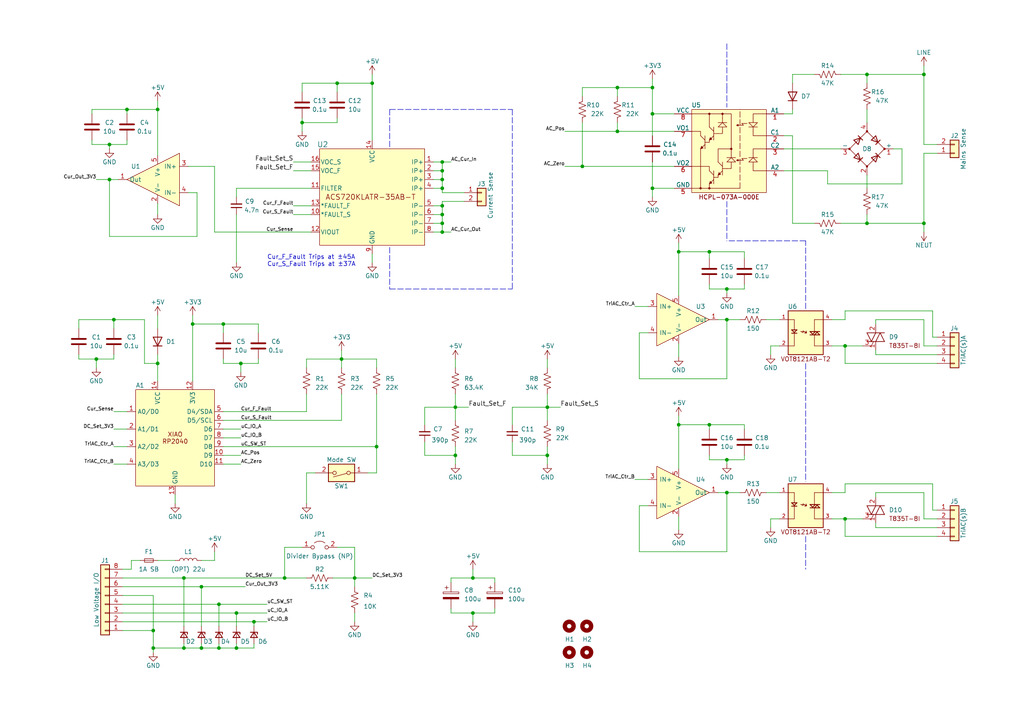
<source format=kicad_sch>
(kicad_sch (version 20230121) (generator eeschema)
  (paper "A4")
  (title_block (title "Thyristor Control Board") (date "2023-06-04") (rev "A2") (company "Jordan Harris-Toovy") (comment 1 "See detatils at github.com/Jordan-HT/TCB") (comment 3 "AC Input design voltage range: 100-250VAC, 50-60Hz") (comment 4 "For use in scalable AC/AC-DC power supplies"))
  (junction (at 210.82 92.71))
  (junction (at 58.42 170.18))
  (junction (at 245.11 150.495))
  (junction (at 73.66 180.34))
  (junction (at 87.63 35.56))
  (junction (at 251.46 21.59))
  (junction (at 68.58 187.96))
  (junction (at 189.23 25.4))
  (junction (at 44.45 187.96))
  (junction (at 132.08 132.08))
  (junction (at 69.85 105.41))
  (junction (at 179.07 38.1))
  (junction (at 107.95 24.13))
  (junction (at 31.75 52.07))
  (junction (at 128.27 46.99))
  (junction (at 158.75 132.08))
  (junction (at 58.42 187.96))
  (junction (at 68.58 177.8))
  (junction (at 99.06 104.14))
  (junction (at 205.74 123.19))
  (junction (at 63.5 187.96))
  (junction (at 168.91 48.26))
  (junction (at 45.72 31.75))
  (junction (at 210.82 142.875))
  (junction (at 97.79 24.13))
  (junction (at 196.85 123.19))
  (junction (at 33.02 92.71))
  (junction (at 179.07 25.4))
  (junction (at 36.83 31.75))
  (junction (at 27.94 104.14))
  (junction (at 45.72 105.41))
  (junction (at 267.97 64.77))
  (junction (at 128.27 62.23))
  (junction (at 128.27 49.53))
  (junction (at 102.87 167.64))
  (junction (at 132.08 118.11))
  (junction (at 128.27 52.07))
  (junction (at 189.23 33.02))
  (junction (at 205.74 73.025))
  (junction (at 128.27 64.77))
  (junction (at 55.88 93.98))
  (junction (at 128.27 59.69))
  (junction (at 196.85 73.025))
  (junction (at 44.45 182.88))
  (junction (at 158.75 118.11))
  (junction (at 31.75 41.91))
  (junction (at 53.34 167.64))
  (junction (at 245.11 100.33))
  (junction (at 82.55 167.64))
  (junction (at 128.27 67.31))
  (junction (at 210.82 83.82))
  (junction (at 251.46 64.77))
  (junction (at 210.82 133.35))
  (junction (at 137.16 167.64))
  (junction (at 53.34 187.96))
  (junction (at 63.5 175.26))
  (junction (at 109.22 129.54))
  (junction (at 128.27 54.61))
  (junction (at 137.16 177.8))
  (junction (at 189.23 54.61))
  (junction (at 64.77 93.98))
  (junction (at 267.97 21.59))
  (wire (pts (xy 87.63 24.13) (xy 97.79 24.13)))
  (polyline (pts (xy 233.68 155.575) (xy 233.68 165.1)) (stroke (width 0) (type dash)))
  (wire (pts (xy 270.51 140.335) (xy 245.11 140.335)))
  (wire (pts (xy 69.85 105.41) (xy 69.85 107.95)))
  (wire (pts (xy 33.02 119.38) (xy 36.83 119.38)))
  (wire (pts (xy 123.19 118.11) (xy 132.08 118.11)))
  (wire (pts (xy 123.19 128.27) (xy 123.19 132.08)))
  (wire (pts (xy 196.85 73.025) (xy 205.74 73.025)))
  (wire (pts (xy 125.73 54.61) (xy 128.27 54.61)))
  (wire (pts (xy 215.9 132.08) (xy 215.9 133.35)))
  (wire (pts (xy 267.97 142.875) (xy 254 142.875)))
  (wire (pts (xy 128.27 64.77) (xy 128.27 67.31)))
  (polyline (pts (xy 113.03 31.75) (xy 113.03 43.18)) (stroke (width 0) (type dash)))
  (wire (pts (xy 128.27 49.53) (xy 128.27 46.99)))
  (wire (pts (xy 158.75 118.11) (xy 158.75 121.92)))
  (wire (pts (xy 58.42 187.96) (xy 53.34 187.96)))
  (wire (pts (xy 85.09 62.23) (xy 90.17 62.23)))
  (wire (pts (xy 189.23 33.02) (xy 195.58 33.02)))
  (polyline (pts (xy 148.59 31.75) (xy 148.59 83.82)) (stroke (width 0) (type dash)))
  (wire (pts (xy 132.08 132.08) (xy 132.08 134.62)))
  (wire (pts (xy 35.56 175.26) (xy 63.5 175.26)))
  (wire (pts (xy 128.27 62.23) (xy 128.27 64.77)))
  (wire (pts (xy 109.22 104.14) (xy 109.22 106.68)))
  (wire (pts (xy 196.85 123.19) (xy 205.74 123.19)))
  (wire (pts (xy 196.85 120.65) (xy 196.85 123.19)))
  (wire (pts (xy 87.63 24.13) (xy 87.63 26.67)))
  (wire (pts (xy 31.75 68.58) (xy 31.75 52.07)))
  (wire (pts (xy 58.42 170.18) (xy 71.12 170.18)))
  (wire (pts (xy 68.58 54.61) (xy 90.17 54.61)))
  (wire (pts (xy 125.73 67.31) (xy 128.27 67.31)))
  (wire (pts (xy 254 102.87) (xy 271.78 102.87)))
  (wire (pts (xy 143.51 176.53) (xy 143.51 177.8)))
  (wire (pts (xy 64.77 129.54) (xy 109.22 129.54)))
  (wire (pts (xy 195.58 54.61) (xy 189.23 54.61)))
  (wire (pts (xy 243.84 64.77) (xy 251.46 64.77)))
  (wire (pts (xy 267.97 64.77) (xy 267.97 67.31)))
  (wire (pts (xy 99.06 121.92) (xy 99.06 114.3)))
  (wire (pts (xy 254 153.035) (xy 254 151.765)))
  (wire (pts (xy 35.56 167.64) (xy 53.34 167.64)))
  (wire (pts (xy 102.87 167.64) (xy 102.87 158.75)))
  (wire (pts (xy 55.88 93.98) (xy 55.88 110.49)))
  (wire (pts (xy 64.77 93.98) (xy 55.88 93.98)))
  (wire (pts (xy 107.95 24.13) (xy 107.95 40.64)))
  (wire (pts (xy 137.16 177.8) (xy 137.16 180.34)))
  (wire (pts (xy 132.08 114.3) (xy 132.08 118.11)))
  (wire (pts (xy 69.85 105.41) (xy 74.93 105.41)))
  (wire (pts (xy 35.56 177.8) (xy 68.58 177.8)))
  (wire (pts (xy 227.33 49.53) (xy 240.03 49.53)))
  (wire (pts (xy 223.52 100.33) (xy 223.52 102.87)))
  (wire (pts (xy 132.08 118.11) (xy 132.08 121.92)))
  (wire (pts (xy 36.83 31.75) (xy 45.72 31.75)))
  (wire (pts (xy 267.97 100.33) (xy 267.97 92.71)))
  (wire (pts (xy 97.79 24.13) (xy 107.95 24.13)))
  (wire (pts (xy 267.97 41.91) (xy 267.97 21.59)))
  (wire (pts (xy 240.03 53.34) (xy 261.62 53.34)))
  (wire (pts (xy 128.27 58.42) (xy 134.62 58.42)))
  (wire (pts (xy 88.9 137.16) (xy 91.44 137.16)))
  (wire (pts (xy 179.07 25.4) (xy 189.23 25.4)))
  (wire (pts (xy 53.34 167.64) (xy 82.55 167.64)))
  (wire (pts (xy 128.27 46.99) (xy 130.81 46.99)))
  (wire (pts (xy 187.96 146.685) (xy 185.42 146.685)))
  (wire (pts (xy 31.75 41.91) (xy 36.83 41.91)))
  (wire (pts (xy 97.79 35.56) (xy 87.63 35.56)))
  (wire (pts (xy 168.91 48.26) (xy 163.83 48.26)))
  (wire (pts (xy 63.5 175.26) (xy 63.5 181.61)))
  (wire (pts (xy 107.95 21.59) (xy 107.95 24.13)))
  (wire (pts (xy 109.22 114.3) (xy 109.22 129.54)))
  (wire (pts (xy 45.72 91.44) (xy 45.72 95.25)))
  (wire (pts (xy 241.3 150.495) (xy 245.11 150.495)))
  (wire (pts (xy 35.56 165.1) (xy 38.1 165.1)))
  (wire (pts (xy 196.85 123.19) (xy 196.85 135.89)))
  (wire (pts (xy 236.22 21.59) (xy 229.87 21.59)))
  (wire (pts (xy 259.08 43.18) (xy 261.62 43.18)))
  (wire (pts (xy 82.55 167.64) (xy 88.9 167.64)))
  (wire (pts (xy 33.02 129.54) (xy 36.83 129.54)))
  (wire (pts (xy 96.52 167.64) (xy 102.87 167.64)))
  (wire (pts (xy 87.63 35.56) (xy 87.63 38.1)))
  (wire (pts (xy 64.77 124.46) (xy 69.85 124.46)))
  (wire (pts (xy 168.91 25.4) (xy 168.91 27.94)))
  (wire (pts (xy 44.45 172.72) (xy 44.45 182.88)))
  (wire (pts (xy 128.27 55.88) (xy 128.27 54.61)))
  (wire (pts (xy 137.16 177.8) (xy 143.51 177.8)))
  (wire (pts (xy 179.07 38.1) (xy 179.07 35.56)))
  (wire (pts (xy 54.61 55.88) (xy 57.15 55.88)))
  (wire (pts (xy 31.75 41.91) (xy 31.75 43.18)))
  (wire (pts (xy 107.95 73.66) (xy 107.95 76.2)))
  (wire (pts (xy 148.59 132.08) (xy 148.59 128.27)))
  (wire (pts (xy 57.15 68.58) (xy 31.75 68.58)))
  (wire (pts (xy 267.97 21.59) (xy 267.97 19.05)))
  (wire (pts (xy 158.75 132.08) (xy 148.59 132.08)))
  (wire (pts (xy 97.79 26.67) (xy 97.79 24.13)))
  (wire (pts (xy 64.77 121.92) (xy 99.06 121.92)))
  (wire (pts (xy 99.06 104.14) (xy 109.22 104.14)))
  (wire (pts (xy 68.58 187.96) (xy 63.5 187.96)))
  (wire (pts (xy 189.23 39.37) (xy 189.23 33.02)))
  (polyline (pts (xy 113.03 71.755) (xy 113.03 83.82)) (stroke (width 0) (type dash)))
  (wire (pts (xy 227.33 43.18) (xy 243.84 43.18)))
  (wire (pts (xy 68.58 62.23) (xy 68.58 76.2)))
  (wire (pts (xy 68.58 177.8) (xy 68.58 181.61)))
  (wire (pts (xy 58.42 186.69) (xy 58.42 187.96)))
  (wire (pts (xy 143.51 168.91) (xy 143.51 167.64)))
  (wire (pts (xy 41.91 105.41) (xy 45.72 105.41)))
  (polyline (pts (xy 233.68 105.41) (xy 233.68 139.7)) (stroke (width 0) (type dash)))
  (wire (pts (xy 88.9 119.38) (xy 88.9 114.3)))
  (wire (pts (xy 27.94 104.14) (xy 27.94 106.68)))
  (wire (pts (xy 64.77 93.98) (xy 74.93 93.98)))
  (wire (pts (xy 254 142.875) (xy 254 144.145)))
  (wire (pts (xy 137.16 167.64) (xy 130.81 167.64)))
  (wire (pts (xy 251.46 21.59) (xy 267.97 21.59)))
  (wire (pts (xy 179.07 38.1) (xy 163.83 38.1)))
  (wire (pts (xy 50.8 143.51) (xy 50.8 146.05)))
  (wire (pts (xy 64.77 96.52) (xy 64.77 93.98)))
  (wire (pts (xy 229.87 31.75) (xy 229.87 33.02)))
  (wire (pts (xy 132.08 104.14) (xy 132.08 106.68)))
  (wire (pts (xy 33.02 92.71) (xy 41.91 92.71)))
  (wire (pts (xy 241.3 100.33) (xy 245.11 100.33)))
  (wire (pts (xy 36.83 31.75) (xy 36.83 33.02)))
  (wire (pts (xy 229.87 39.37) (xy 227.33 39.37)))
  (wire (pts (xy 148.59 118.11) (xy 158.75 118.11)))
  (wire (pts (xy 158.75 129.54) (xy 158.75 132.08)))
  (wire (pts (xy 45.72 102.87) (xy 45.72 105.41)))
  (wire (pts (xy 44.45 182.88) (xy 44.45 187.96)))
  (wire (pts (xy 62.23 160.02) (xy 62.23 162.56)))
  (wire (pts (xy 35.56 180.34) (xy 73.66 180.34)))
  (wire (pts (xy 90.17 49.53) (xy 85.09 49.53)))
  (wire (pts (xy 35.56 170.18) (xy 58.42 170.18)))
  (wire (pts (xy 245.11 140.335) (xy 245.11 142.875)))
  (wire (pts (xy 185.42 109.855) (xy 210.82 109.855)))
  (wire (pts (xy 226.06 100.33) (xy 223.52 100.33)))
  (wire (pts (xy 135.89 118.11) (xy 132.08 118.11)))
  (wire (pts (xy 148.59 123.19) (xy 148.59 118.11)))
  (wire (pts (xy 162.56 118.11) (xy 158.75 118.11)))
  (wire (pts (xy 158.75 132.08) (xy 158.75 134.62)))
  (wire (pts (xy 210.82 83.82) (xy 215.9 83.82)))
  (wire (pts (xy 73.66 180.34) (xy 77.47 180.34)))
  (polyline (pts (xy 113.03 83.82) (xy 148.59 83.82)) (stroke (width 0) (type dash)))
  (wire (pts (xy 88.9 146.05) (xy 88.9 137.16)))
  (wire (pts (xy 267.97 150.495) (xy 267.97 142.875)))
  (wire (pts (xy 26.67 41.91) (xy 31.75 41.91)))
  (wire (pts (xy 57.15 55.88) (xy 57.15 68.58)))
  (wire (pts (xy 64.77 105.41) (xy 69.85 105.41)))
  (wire (pts (xy 33.02 124.46) (xy 36.83 124.46)))
  (wire (pts (xy 229.87 64.77) (xy 236.22 64.77)))
  (wire (pts (xy 271.78 147.955) (xy 270.51 147.955)))
  (wire (pts (xy 53.34 167.64) (xy 53.34 181.61)))
  (wire (pts (xy 143.51 167.64) (xy 137.16 167.64)))
  (wire (pts (xy 82.55 158.75) (xy 82.55 167.64)))
  (wire (pts (xy 64.77 119.38) (xy 88.9 119.38)))
  (wire (pts (xy 128.27 52.07) (xy 128.27 49.53)))
  (wire (pts (xy 33.02 134.62) (xy 36.83 134.62)))
  (wire (pts (xy 63.5 187.96) (xy 58.42 187.96)))
  (wire (pts (xy 45.72 31.75) (xy 45.72 45.085)))
  (wire (pts (xy 210.82 142.875) (xy 208.28 142.875)))
  (wire (pts (xy 22.86 92.71) (xy 22.86 95.25)))
  (wire (pts (xy 87.63 34.29) (xy 87.63 35.56)))
  (wire (pts (xy 33.02 95.25) (xy 33.02 92.71)))
  (wire (pts (xy 35.56 182.88) (xy 44.45 182.88)))
  (wire (pts (xy 210.82 83.82) (xy 210.82 85.09)))
  (wire (pts (xy 102.87 177.8) (xy 102.87 180.34)))
  (wire (pts (xy 158.75 104.14) (xy 158.75 106.68)))
  (wire (pts (xy 99.06 104.14) (xy 88.9 104.14)))
  (wire (pts (xy 88.9 104.14) (xy 88.9 106.68)))
  (wire (pts (xy 205.74 83.82) (xy 210.82 83.82)))
  (wire (pts (xy 41.91 92.71) (xy 41.91 105.41)))
  (wire (pts (xy 62.23 48.26) (xy 62.23 67.31)))
  (wire (pts (xy 58.42 170.18) (xy 58.42 181.61)))
  (wire (pts (xy 189.23 54.61) (xy 189.23 57.15)))
  (wire (pts (xy 245.11 142.875) (xy 241.3 142.875)))
  (wire (pts (xy 132.08 132.08) (xy 132.08 129.54)))
  (wire (pts (xy 27.94 52.07) (xy 31.75 52.07)))
  (wire (pts (xy 251.46 21.59) (xy 243.84 21.59)))
  (wire (pts (xy 125.73 52.07) (xy 128.27 52.07)))
  (wire (pts (xy 26.67 33.02) (xy 26.67 31.75)))
  (wire (pts (xy 123.19 123.19) (xy 123.19 118.11)))
  (wire (pts (xy 271.78 150.495) (xy 267.97 150.495)))
  (wire (pts (xy 210.82 133.35) (xy 210.82 134.62)))
  (wire (pts (xy 189.23 25.4) (xy 189.23 33.02)))
  (wire (pts (xy 229.87 39.37) (xy 229.87 64.77)))
  (wire (pts (xy 63.5 175.26) (xy 77.47 175.26)))
  (wire (pts (xy 64.77 134.62) (xy 69.85 134.62)))
  (polyline (pts (xy 210.82 58.42) (xy 210.82 69.85)) (stroke (width 0) (type dash)))
  (wire (pts (xy 137.16 167.64) (xy 137.16 165.1)))
  (wire (pts (xy 245.11 92.71) (xy 241.3 92.71)))
  (wire (pts (xy 123.19 132.08) (xy 132.08 132.08)))
  (wire (pts (xy 205.74 73.025) (xy 205.74 74.93)))
  (wire (pts (xy 128.27 67.31) (xy 130.81 67.31)))
  (polyline (pts (xy 113.03 31.75) (xy 148.59 31.75)) (stroke (width 0) (type dash)))
  (wire (pts (xy 22.86 92.71) (xy 33.02 92.71)))
  (wire (pts (xy 187.96 96.52) (xy 185.42 96.52)))
  (wire (pts (xy 271.78 97.79) (xy 270.51 97.79)))
  (wire (pts (xy 90.17 46.99) (xy 85.09 46.99)))
  (wire (pts (xy 62.23 162.56) (xy 58.42 162.56)))
  (wire (pts (xy 271.78 41.91) (xy 267.97 41.91)))
  (wire (pts (xy 128.27 54.61) (xy 128.27 52.07)))
  (wire (pts (xy 210.82 142.875) (xy 214.63 142.875)))
  (wire (pts (xy 22.86 102.87) (xy 22.86 104.14)))
  (wire (pts (xy 64.77 132.08) (xy 69.85 132.08)))
  (wire (pts (xy 45.72 29.21) (xy 45.72 31.75)))
  (wire (pts (xy 271.78 100.33) (xy 267.97 100.33)))
  (wire (pts (xy 35.56 172.72) (xy 44.45 172.72)))
  (wire (pts (xy 168.91 48.26) (xy 168.91 35.56)))
  (wire (pts (xy 205.74 123.19) (xy 215.9 123.19)))
  (wire (pts (xy 128.27 59.69) (xy 128.27 62.23)))
  (polyline (pts (xy 233.68 69.85) (xy 210.82 69.85)) (stroke (width 0) (type dash)))
  (wire (pts (xy 245.11 105.41) (xy 271.78 105.41)))
  (wire (pts (xy 184.15 88.9) (xy 187.96 88.9)))
  (wire (pts (xy 251.46 64.77) (xy 267.97 64.77)))
  (wire (pts (xy 270.51 90.17) (xy 245.11 90.17)))
  (wire (pts (xy 179.07 38.1) (xy 195.58 38.1)))
  (wire (pts (xy 26.67 31.75) (xy 36.83 31.75)))
  (wire (pts (xy 137.16 177.8) (xy 130.81 177.8)))
  (wire (pts (xy 229.87 21.59) (xy 229.87 24.13)))
  (wire (pts (xy 54.61 48.26) (xy 62.23 48.26)))
  (wire (pts (xy 271.78 155.575) (xy 245.11 155.575)))
  (wire (pts (xy 62.23 67.31) (xy 90.17 67.31)))
  (wire (pts (xy 245.11 100.33) (xy 250.19 100.33)))
  (wire (pts (xy 102.87 158.75) (xy 97.79 158.75)))
  (wire (pts (xy 185.42 96.52) (xy 185.42 109.855)))
  (wire (pts (xy 205.74 124.46) (xy 205.74 123.19)))
  (wire (pts (xy 168.91 25.4) (xy 179.07 25.4)))
  (wire (pts (xy 87.63 158.75) (xy 82.55 158.75)))
  (wire (pts (xy 271.78 44.45) (xy 267.97 44.45)))
  (wire (pts (xy 125.73 46.99) (xy 128.27 46.99)))
  (wire (pts (xy 254 92.71) (xy 254 93.98)))
  (wire (pts (xy 31.75 52.07) (xy 34.29 52.07)))
  (wire (pts (xy 215.9 82.55) (xy 215.9 83.82)))
  (wire (pts (xy 26.67 40.64) (xy 26.67 41.91)))
  (wire (pts (xy 270.51 97.79) (xy 270.51 90.17)))
  (wire (pts (xy 184.15 139.065) (xy 187.96 139.065)))
  (wire (pts (xy 267.97 44.45) (xy 267.97 64.77)))
  (wire (pts (xy 158.75 114.3) (xy 158.75 118.11)))
  (wire (pts (xy 210.82 142.875) (xy 210.82 160.02)))
  (wire (pts (xy 189.23 22.86) (xy 189.23 25.4)))
  (wire (pts (xy 251.46 50.8) (xy 251.46 54.61)))
  (wire (pts (xy 68.58 57.15) (xy 68.58 54.61)))
  (wire (pts (xy 128.27 55.88) (xy 134.62 55.88)))
  (wire (pts (xy 33.02 104.14) (xy 27.94 104.14)))
  (wire (pts (xy 196.85 70.485) (xy 196.85 73.025)))
  (wire (pts (xy 73.66 180.34) (xy 73.66 181.61)))
  (wire (pts (xy 251.46 21.59) (xy 251.46 24.13)))
  (wire (pts (xy 106.68 137.16) (xy 109.22 137.16)))
  (wire (pts (xy 226.06 150.495) (xy 223.52 150.495)))
  (wire (pts (xy 64.77 127) (xy 69.85 127)))
  (wire (pts (xy 44.45 187.96) (xy 44.45 189.23)))
  (wire (pts (xy 240.03 49.53) (xy 240.03 53.34)))
  (wire (pts (xy 222.25 92.71) (xy 226.06 92.71)))
  (wire (pts (xy 196.85 99.695) (xy 196.85 103.505)))
  (wire (pts (xy 125.73 49.53) (xy 128.27 49.53)))
  (wire (pts (xy 125.73 64.77) (xy 128.27 64.77)))
  (wire (pts (xy 27.94 104.14) (xy 22.86 104.14)))
  (wire (pts (xy 189.23 46.99) (xy 189.23 54.61)))
  (wire (pts (xy 222.25 142.875) (xy 226.06 142.875)))
  (wire (pts (xy 45.72 59.055) (xy 45.72 62.23)))
  (wire (pts (xy 271.78 153.035) (xy 254 153.035)))
  (wire (pts (xy 245.11 155.575) (xy 245.11 150.495)))
  (wire (pts (xy 245.11 100.33) (xy 245.11 105.41)))
  (wire (pts (xy 125.73 59.69) (xy 128.27 59.69)))
  (wire (pts (xy 38.1 165.1) (xy 38.1 162.56)))
  (wire (pts (xy 267.97 92.71) (xy 254 92.71)))
  (wire (pts (xy 196.85 73.025) (xy 196.85 85.725)))
  (wire (pts (xy 68.58 186.69) (xy 68.58 187.96)))
  (wire (pts (xy 210.82 92.71) (xy 208.28 92.71)))
  (wire (pts (xy 270.51 147.955) (xy 270.51 140.335)))
  (wire (pts (xy 68.58 177.8) (xy 77.47 177.8)))
  (wire (pts (xy 109.22 129.54) (xy 109.22 137.16)))
  (wire (pts (xy 210.82 92.71) (xy 210.82 109.855)))
  (wire (pts (xy 205.74 132.08) (xy 205.74 133.35)))
  (wire (pts (xy 45.72 105.41) (xy 45.72 110.49)))
  (wire (pts (xy 179.07 27.94) (xy 179.07 25.4)))
  (wire (pts (xy 223.52 150.495) (xy 223.52 153.035)))
  (wire (pts (xy 44.45 187.96) (xy 53.34 187.96)))
  (wire (pts (xy 74.93 104.14) (xy 74.93 105.41)))
  (wire (pts (xy 55.88 91.44) (xy 55.88 93.98)))
  (polyline (pts (xy 210.82 12.7) (xy 210.82 25.4)) (stroke (width 0) (type dash)))
  (wire (pts (xy 210.82 133.35) (xy 215.9 133.35)))
  (wire (pts (xy 205.74 82.55) (xy 205.74 83.82)))
  (wire (pts (xy 185.42 146.685) (xy 185.42 160.02)))
  (wire (pts (xy 33.02 102.87) (xy 33.02 104.14)))
  (wire (pts (xy 261.62 53.34) (xy 261.62 43.18)))
  (wire (pts (xy 38.1 162.56) (xy 40.64 162.56)))
  (wire (pts (xy 99.06 106.68) (xy 99.06 104.14)))
  (wire (pts (xy 102.87 167.64) (xy 107.95 167.64)))
  (wire (pts (xy 64.77 104.14) (xy 64.77 105.41)))
  (wire (pts (xy 245.11 90.17) (xy 245.11 92.71)))
  (wire (pts (xy 205.74 73.025) (xy 215.9 73.025)))
  (wire (pts (xy 215.9 123.19) (xy 215.9 124.46)))
  (wire (pts (xy 128.27 58.42) (xy 128.27 59.69)))
  (wire (pts (xy 196.85 149.86) (xy 196.85 153.67)))
  (wire (pts (xy 245.11 150.495) (xy 250.19 150.495)))
  (wire (pts (xy 99.06 101.6) (xy 99.06 104.14)))
  (wire (pts (xy 251.46 31.75) (xy 251.46 35.56)))
  (wire (pts (xy 125.73 62.23) (xy 128.27 62.23)))
  (wire (pts (xy 73.66 187.96) (xy 68.58 187.96)))
  (wire (pts (xy 73.66 186.69) (xy 73.66 187.96)))
  (wire (pts (xy 185.42 160.02) (xy 210.82 160.02)))
  (wire (pts (xy 205.74 133.35) (xy 210.82 133.35)))
  (wire (pts (xy 36.83 40.64) (xy 36.83 41.91)))
  (wire (pts (xy 45.72 162.56) (xy 50.8 162.56)))
  (wire (pts (xy 74.93 93.98) (xy 74.93 96.52)))
  (wire (pts (xy 215.9 73.025) (xy 215.9 74.93)))
  (wire (pts (xy 85.09 59.69) (xy 90.17 59.69)))
  (wire (pts (xy 251.46 62.23) (xy 251.46 64.77)))
  (wire (pts (xy 130.81 168.91) (xy 130.81 167.64)))
  (wire (pts (xy 227.33 33.02) (xy 229.87 33.02)))
  (wire (pts (xy 254 101.6) (xy 254 102.87)))
  (polyline (pts (xy 210.82 25.4) (xy 210.82 31.115)) (stroke (width 0) (type dash)))
  (wire (pts (xy 210.82 92.71) (xy 214.63 92.71)))
  (wire (pts (xy 130.81 176.53) (xy 130.81 177.8)))
  (wire (pts (xy 97.79 34.29) (xy 97.79 35.56)))
  (wire (pts (xy 53.34 186.69) (xy 53.34 187.96)))
  (wire (pts (xy 63.5 186.69) (xy 63.5 187.96)))
  (polyline (pts (xy 233.68 89.535) (xy 233.68 69.85)) (stroke (width 0) (type dash)))
  (wire (pts (xy 168.91 48.26) (xy 195.58 48.26)))
  (wire (pts (xy 102.87 170.18) (xy 102.87 167.64)))
  (text "Cur_F_Fault Trips at ±45A\nCur_S_Fault Trips at ±37A" (at 77.47 77.47 0) (effects (font (size 1.27 1.27)) (justify left bottom)))
  (label "uC_IO_A" (at 77.47 177.8 0) (effects (font (size 1 1))))
  (label "DC_Set_3V3" (at 107.95 167.64 0) (effects (font (size 1 1))))
  (label "Fault_Set_F" (at 85.09 49.53 180))
  (label "Cur_F_Fault" (at 69.85 119.38 0) (effects (font (size 1 1))))
  (label "Cur_S_Fault" (at 85.09 62.23 180) (effects (font (size 1 1))))
  (label "AC_Pos" (at 69.85 132.08 0) (effects (font (size 1 1))))
  (label "AC_Cur_Out" (at 130.81 67.31 0) (effects (font (size 1 1))))
  (label "AC_Pos" (at 163.83 38.1 180) (effects (font (size 1 1))))
  (label "Cur_Sense" (at 33.02 119.38 180) (effects (font (size 1 1))))
  (label "TriAC_Ctr_B" (at 33.02 134.62 180) (effects (font (size 1 1))))
  (label "Cur_S_Fault" (at 69.85 121.92 0) (effects (font (size 1 1))))
  (label "AC_Zero" (at 163.83 48.26 180) (effects (font (size 1 1))))
  (label "Cur_Out_3V3" (at 71.12 170.18 0) (effects (font (size 1 1))))
  (label "Cur_Out_3V3" (at 27.94 52.07 180) (effects (font (size 1 1))))
  (label "Cur_Sense" (at 85.09 67.31 180) (effects (font (size 1 1))))
  (label "AC_Cur_In" (at 130.81 46.99 0) (effects (font (size 1 1))))
  (label "Fault_Set_F" (at 135.89 118.11 0))
  (label "uC_IO_B" (at 69.85 127 0) (effects (font (size 1 1))))
  (label "uC_IO_B" (at 77.47 180.34 0) (effects (font (size 1 1))))
  (label "Cur_F_Fault" (at 85.09 59.69 180) (effects (font (size 1 1))))
  (label "uC_SW_ST" (at 77.47 175.26 0) (effects (font (size 1 1))))
  (label "uC_SW_ST" (at 69.85 129.54 0) (effects (font (size 1 1))))
  (label "DC_Set_3V3" (at 33.02 124.46 180) (effects (font (size 1 1))))
  (label "AC_Zero" (at 69.85 134.62 0) (effects (font (size 1 1))))
  (label "TriAC_Ctr_A" (at 184.15 88.9 180) (effects (font (size 1 1))))
  (label "TriAC_Ctr_A" (at 33.02 129.54 180) (effects (font (size 1 1))))
  (label "DC_Set_5V" (at 71.12 167.64 0) (effects (font (size 1 1))))
  (label "uC_IO_A" (at 69.85 124.46 0) (effects (font (size 1 1))))
  (label "Fault_Set_S" (at 162.56 118.11 0))
  (label "Fault_Set_S" (at 85.09 46.99 180))
  (label "TriAC_Ctr_B" (at 184.15 139.065 180) (effects (font (size 1 1))))
  (symbol (lib_id "power:+5V") (at 132.08 104.14 0) (unit 1)
    (property "Reference" "#PWR016" (effects hide))
    (property "Value" "+5V" (at 132.08 100.33 0))
  )
  (symbol (lib_id "Connector_Generic:Conn_01x04") (at 276.86 100.33 0) (unit 1)
    (property "Reference" "J4" (at 275.59 95.25 0) (effects (justify left)))
    (property "Value" "TriAC(s)A" (at 279.4 101.6 90))
    (property "Footprint" "Custom_parts:CONN4_796682-4_TEC" (effects hide))
    (property "Datasheet" "https://www.te.com/usa-en/product-796682-4.datasheet.pdf" (effects hide))
    (property "Part Number" "796682-4" (effects hide))
    (property "Digikey Link" "https://www.digikey.com/en/products/detail/te-connectivity-amp-connectors/796682-4/1153983" (effects hide))
  )
  (symbol (lib_id "power:GND") (at 45.72 62.23 0) (unit 1)
    (property "Reference" "#PWR06" (effects hide))
    (property "Value" "GND" (at 45.72 66.04 0))
  )
  (symbol (lib_id "power:+3V3") (at 55.88 91.44 0) (unit 1)
    (property "Reference" "#PWR08" (effects hide))
    (property "Value" "+3V3" (at 55.88 87.63 0))
  )
  (symbol (lib_id "power:NEUT") (at 267.97 67.31 180) (unit 1)
    (property "Reference" "#PWR035" (effects hide))
    (property "Value" "NEUT" (at 267.97 71.12 0))
  )
  (symbol (lib_id "Connector_Generic:Conn_01x02") (at 139.7 55.88 0) (unit 1)
    (property "Reference" "J3" (at 138.43 53.34 0) (effects (justify left)))
    (property "Value" "Current Sense" (at 142.24 63.5 90) (effects (justify left)))
    (property "Footprint" "Custom_parts:CONN04_VP026584_20P32X18P3_AMP" (effects hide))
    (property "Datasheet" "http://www.anytek.com.tw/UserUpFiles/20181025/d41_CP3hmn_a.pdf" (effects hide))
    (property "Part Number" "VP0265840000G" (effects hide))
    (property "Digikey Link" "https://www.digikey.com/en/products/detail/amphenol-anytek/VP0265840000G/10378270" (effects hide))
  )
  (symbol (lib_id "power:GND") (at 31.75 43.18 0) (unit 1)
    (property "Reference" "#PWR02" (effects hide))
    (property "Value" "GND" (at 31.75 46.99 0))
  )
  (symbol (lib_id "power:+5V") (at 45.72 91.44 0) (unit 1)
    (property "Reference" "#PWR04" (effects hide))
    (property "Value" "+5V" (at 45.72 87.63 0))
  )
  (symbol (lib_id "power:GND") (at 223.52 153.035 0) (mirror y) (unit 1)
    (property "Reference" "#PWR031" (effects hide))
    (property "Value" "GND" (at 223.52 156.845 0))
  )
  (symbol (lib_id "Device:D_Zener_Small") (at 73.66 184.15 270) (unit 1)
    (property "Reference" "D6" (at 76.2 186.055 90))
    (property "Value" "ESD9X7.0ST5G" (effects hide))
    (property "Footprint" "Diode_SMD:D_SOD-923" (effects hide))
    (property "Datasheet" "https://www.onsemi.com/pdf/datasheet/esd9x3.3st5g-d.pdf" (effects hide))
    (property "Part Number" "ESD9X7.0ST5G" (effects hide))
    (property "Digikey Link" "https://www.digikey.com/en/products/detail/onsemi/ESD9X7-0ST5G/1961068" (effects hide))
  )
  (symbol (lib_id "Device:R_US") (at 240.03 21.59 270) (mirror x) (unit 1)
    (property "Reference" "R14" (at 240.03 19.05 90))
    (property "Value" "47K" (at 240.03 24.13 90))
    (property "Footprint" "Resistor_THT:R_Axial_DIN0516_L15.5mm_D5.0mm_P20.32mm_Horizontal" (effects hide))
    (property "Datasheet" "https://www.te.com/usa-en/product-2-1879355-6.datasheet.pdf" (effects hide))
    (property "Part Number" "RR03J47KTB" (effects hide))
    (property "Digikey Link" "https://www.digikey.com/en/products/detail/te-connectivity-passive-product/RR03J47KTB/2385189" (effects hide))
  )
  (symbol (lib_id "power:GND") (at 132.08 134.62 0) (mirror y) (unit 1)
    (property "Reference" "#PWR014" (effects hide))
    (property "Value" "GND" (at 132.08 138.43 0))
  )
  (symbol (lib_id "Device:C") (at 26.67 36.83 180) (unit 1)
    (property "Reference" "C2" (at 31.75 35.56 0))
    (property "Value" "10u" (at 31.75 38.1 0))
    (property "Footprint" "Capacitor_SMD:C_0805_2012Metric" (effects hide))
    (property "Datasheet" "https://media.digikey.com/pdf/Data%20Sheets/Samsung%20PDFs/CL_Series_MLCC_ds.pdf" (effects hide))
    (property "Part Number" "CL21B106KOQNNNE" (effects hide))
    (property "Digikey Link" "https://www.digikey.com/en/products/detail/samsung-electro-mechanics/CL21B106KOQNNNE/3888530" (effects hide))
  )
  (symbol (lib_id "power:+5V") (at 196.85 120.65 0) (mirror y) (unit 1)
    (property "Reference" "#PWR026" (effects hide))
    (property "Value" "+5V" (at 196.85 116.84 0))
  )
  (symbol (lib_id "Connector_Generic:Conn_01x02") (at 276.86 44.45 0) (mirror x) (unit 1)
    (property "Reference" "J2" (at 276.86 39.37 0))
    (property "Value" "Mains Sense" (at 279.4 43.18 90))
    (property "Footprint" "Custom_parts:CONN2_1760490000_WED" (effects hide))
    (property "Datasheet" "https://media.digikey.com/pdf/Data%20Sheets/Weidmuller%20PDFs/1760490000.pdf" (effects hide))
    (property "Part Number" "1760490000" (effects hide))
    (property "Digikey Link" "https://www.digikey.com/en/products/detail/weidm%C3%BCller/1760490000/492888" (effects hide))
  )
  (symbol (lib_id "Device:D_Zener_Small") (at 63.5 184.15 270) (unit 1)
    (property "Reference" "D4" (at 65.405 186.055 90))
    (property "Value" "ESD9X7.0ST5G" (effects hide))
    (property "Footprint" "Diode_SMD:D_SOD-923" (effects hide))
    (property "Datasheet" "https://www.onsemi.com/pdf/datasheet/esd9x3.3st5g-d.pdf" (effects hide))
    (property "Part Number" "ESD9X7.0ST5G" (effects hide))
    (property "Digikey Link" "https://www.digikey.com/en/products/detail/onsemi/ESD9X7-0ST5G/1961068" (effects hide))
  )
  (symbol (lib_id "Device:R_US") (at 158.75 125.73 0) (mirror y) (unit 1)
    (property "Reference" "R9" (at 163.83 124.46 0) (effects (justify left)))
    (property "Value" "22K" (at 165.1 127 0) (effects (justify left)))
    (property "Footprint" "Resistor_SMD:R_0805_2012Metric" (effects hide))
    (property "Datasheet" "https://www.yageo.com/upload/media/product/productsearch/datasheet/rchip/PYu-RC_Group_51_RoHS_L_12.pdf" (effects hide))
    (property "Part Number" "RC0805FR-0722KL" (effects hide))
    (property "Digikey Link" "https://www.digikey.com/en/products/detail/yageo/RC0805FR-0722KL/727736" (effects hide))
  )
  (symbol (lib_id "power:GND") (at 88.9 146.05 0) (mirror y) (unit 1)
    (property "Reference" "#PWR011" (effects hide))
    (property "Value" "GND" (at 88.9 149.86 0))
  )
  (symbol (lib_id "Switch:SW_DIP_x01") (at 99.06 137.16 180) (unit 1)
    (property "Reference" "SW1" (at 99.06 140.97 0))
    (property "Value" "Mode SW" (at 99.06 133.35 0))
    (property "Footprint" "Custom_parts:SW_DS04-254-1-01BK-SMT" (effects hide))
    (property "Datasheet" "https://www.cuidevices.com/product/resource/ds04-254-smt.pdf" (effects hide))
    (property "Part Number" "DS04-254-1-01BK-SMT" (effects hide))
    (property "Digikey Link" "https://www.digikey.com/en/products/detail/cui-devices/DS04-254-1-01BK-SMT/11310893" (effects hide))
  )
  (symbol (lib_id "Mechanical:MountingHole") (at 170.18 189.23 0) (unit 1)
    (property "Reference" "H4" (at 168.91 193.04 0) (effects (justify left)))
    (property "Value" "MountingHole" (effects hide))
    (property "Footprint" "MountingHole:MountingHole_2.7mm_M2.5_ISO14580" (effects hide))
    (property "Datasheet" "NA" (effects hide))
    (property "Part Number" "NA" (effects hide))
    (property "Digikey Link" "NA" (effects hide))
  )
  (symbol (lib_id "power:GND") (at 210.82 85.09 0) (unit 1)
    (property "Reference" "#PWR028" (effects hide))
    (property "Value" "GND" (at 210.82 88.9 0))
  )
  (symbol (lib_id "Custom_parts:VOT8121AB-T2") (at 233.68 95.25 0) (unit 1)
    (property "Reference" "U6" (at 229.87 88.9 0))
    (property "Value" "VOT8121AB-T2" (at 233.68 104.14 0))
    (property "Footprint" "Custom_parts:SOIC254P1016X440-4N" (effects hide))
    (property "Datasheet" "https://www.vishay.com/docs/84918/vot8121ab.pdf" (effects hide))
    (property "Part Number" "VOT8121AB-T2" (effects hide))
    (property "Digikey Link" "https://www.digikey.com/en/products/detail/vishay-semiconductor-opto-division/VOT8121AB-T2/9843357" (effects hide))
  )
  (symbol (lib_id "power:+5V") (at 137.16 165.1 0) (unit 1)
    (property "Reference" "#PWR017" (effects hide))
    (property "Value" "+5V" (at 137.16 161.29 0))
  )
  (symbol (lib_id "Device:D_Zener_Small") (at 68.58 184.15 270) (unit 1)
    (property "Reference" "D5" (at 71.12 186.055 90))
    (property "Value" "ESD9X7.0ST5G" (effects hide))
    (property "Footprint" "Diode_SMD:D_SOD-923" (effects hide))
    (property "Datasheet" "https://www.onsemi.com/pdf/datasheet/esd9x3.3st5g-d.pdf" (effects hide))
    (property "Part Number" "ESD9X7.0ST5G" (effects hide))
    (property "Digikey Link" "https://www.digikey.com/en/products/detail/onsemi/ESD9X7-0ST5G/1961068" (effects hide))
  )
  (symbol (lib_id "Custom_parts:TLV9301IDBVR") (at 190.5 135.255 0) (unit 1)
    (property "Reference" "U4" (at 203.2 139.065 0))
    (property "Value" "TLV9301IDBVR" (effects hide))
    (property "Footprint" "Package_TO_SOT_SMD:SOT-23-5" (effects hide))
    (property "Datasheet" "https://www.ti.com/general/docs/suppproductinfo.tsp?distId=10&gotoUrl=http%3A%2F%2Fwww.ti.com%2Flit%2Fgpn%2Ftlv9301" (effects hide))
    (property "Part Number" "TLV9301IDBVR" (effects hide))
    (property "Digikey Link" "https://www.digikey.com/en/products/detail/texas-instruments/TLV9301IDBVR/12165123" (effects hide))
  )
  (symbol (lib_id "Connector_Generic:Conn_01x08") (at 30.48 175.26 180) (unit 1)
    (property "Reference" "J1" (at 30.48 162.56 0))
    (property "Value" "Low Voltage I/O" (at 27.94 173.99 90))
    (property "Footprint" "Custom_parts:CONN_1985250_PXC" (effects hide))
    (property "Datasheet" "https://media.digikey.com/pdf/Data%20Sheets/Phoenix%20Contact%20PDFs/COMBICON%20Spring-Cage%20PCB%20Term.%20Blocks.pdf" (effects hide))
    (property "Part Number" "1985250" (effects hide))
    (property "Digikey Link" "https://www.digikey.com/en/products/detail/phoenix-contact/1985250/568665" (effects hide))
  )
  (symbol (lib_id "Device:C_Polarized") (at 143.51 172.72 0) (unit 1)
    (property "Reference" "C10" (at 147.32 171.196 0) (effects (justify left)))
    (property "Value" "100u" (at 147.32 173.736 0) (effects (justify left)))
    (property "Footprint" "Capacitor_THT:CP_Radial_D6.3mm_P2.50mm" (effects hide))
    (property "Datasheet" "https://connect.kemet.com:7667/gateway/IntelliData-ComponentDocumentation/1.0/download/datasheet/A750EK107M1CAAE018" (effects hide))
    (property "Part Number" "A750EK107M1CAAE018" (effects hide))
    (property "Digikey Link" "https://www.digikey.com/en/products/detail/kemet/A750EK107M1CAAE018/6196443" (effects hide))
  )
  (symbol (lib_id "power:GND") (at 223.52 102.87 0) (mirror y) (unit 1)
    (property "Reference" "#PWR030" (effects hide))
    (property "Value" "GND" (at 223.52 106.68 0))
  )
  (symbol (lib_id "power:GND") (at 44.45 189.23 0) (unit 1)
    (property "Reference" "#PWR03" (effects hide))
    (property "Value" "GND" (at 44.45 193.04 0))
  )
  (symbol (lib_id "Custom_parts:TLV9301IDBVR") (at 190.5 85.09 0) (unit 1)
    (property "Reference" "U3" (at 203.2 88.9 0))
    (property "Value" "TLV9301IDBVR" (effects hide))
    (property "Footprint" "Package_TO_SOT_SMD:SOT-23-5" (effects hide))
    (property "Datasheet" "https://www.ti.com/general/docs/suppproductinfo.tsp?distId=10&gotoUrl=http%3A%2F%2Fwww.ti.com%2Flit%2Fgpn%2Ftlv9301" (effects hide))
    (property "Part Number" "TLV9301IDBVR" (effects hide))
    (property "Digikey Link" "https://www.digikey.com/en/products/detail/texas-instruments/TLV9301IDBVR/12165123" (effects hide))
  )
  (symbol (lib_id "Device:R_US") (at 218.44 92.71 90) (unit 1)
    (property "Reference" "R12" (at 218.44 90.17 90))
    (property "Value" "150" (at 218.44 95.25 90))
    (property "Footprint" "Resistor_SMD:R_0805_2012Metric" (effects hide))
    (property "Datasheet" "https://www.yageo.com/upload/media/product/productsearch/datasheet/rchip/PYu-RC_Group_51_RoHS_L_12.pdf" (effects hide))
    (property "Part Number" "RC0805FR-07150RL" (effects hide))
    (property "Digikey Link" "https://www.digikey.com/en/products/detail/yageo/RC0805FR-07150RL/727613" (effects hide))
  )
  (symbol (lib_id "Device:C") (at 205.74 128.27 180) (unit 1)
    (property "Reference" "C16" (at 210.82 127 0))
    (property "Value" "10u" (at 210.82 129.54 0))
    (property "Footprint" "Capacitor_SMD:C_0805_2012Metric" (effects hide))
    (property "Datasheet" "https://media.digikey.com/pdf/Data%20Sheets/Samsung%20PDFs/CL_Series_MLCC_ds.pdf" (effects hide))
    (property "Part Number" "CL21B106KOQNNNE" (effects hide))
    (property "Digikey Link" "https://www.digikey.com/en/products/detail/samsung-electro-mechanics/CL21B106KOQNNNE/3888530" (effects hide))
  )
  (symbol (lib_name "Q_TRIAC_A1A2G_1") (lib_id "Device:Q_TRIAC_A1A2G") (at 254 147.955 0) (unit 1)
    (property "Reference" "D10" (at 257.81 147.9042 0) (effects (justify left)))
    (property "Value" "T835T-8I" (at 257.81 150.4442 0) (effects (justify left)))
    (property "Footprint" "Package_TO_SOT_THT:TO-220-3_Vertical" (effects hide))
    (property "Datasheet" "https://www.st.com/content/ccc/resource/technical/document/datasheet/group3/ff/50/f4/e2/21/52/45/fd/DM00431709/files/DM00431709.pdf/jcr:content/translations/en.DM00431709.pdf" (effects hide))
    (property "Part Number" "T835T-8I" (effects hide))
    (property "Digikey Link" "https://www.digikey.com/en/products/detail/stmicroelectronics/T835T-8I/8022900" (effects hide))
  )
  (symbol (lib_id "Device:D_Zener_Small") (at 53.34 184.15 270) (unit 1)
    (property "Reference" "D2" (at 55.245 186.055 90))
    (property "Value" "ESD9X7.0ST5G" (effects hide))
    (property "Footprint" "Diode_SMD:D_SOD-923" (effects hide))
    (property "Datasheet" "https://www.onsemi.com/pdf/datasheet/esd9x3.3st5g-d.pdf" (effects hide))
    (property "Part Number" "ESD9X7.0ST5G" (effects hide))
    (property "Digikey Link" "https://www.digikey.com/en/products/detail/onsemi/ESD9X7-0ST5G/1961068" (effects hide))
  )
  (symbol (lib_id "power:+5V") (at 196.85 70.485 0) (mirror y) (unit 1)
    (property "Reference" "#PWR024" (effects hide))
    (property "Value" "+5V" (at 196.85 66.675 0))
  )
  (symbol (lib_id "Device:C") (at 189.23 43.18 180) (unit 1)
    (property "Reference" "C14" (at 194.31 41.91 0))
    (property "Value" "0.1u" (at 194.31 44.45 0))
    (property "Footprint" "Capacitor_SMD:C_0805_2012Metric" (effects hide))
    (property "Datasheet" "https://media.digikey.com/pdf/Data%20Sheets/Samsung%20PDFs/CL21B104KBCNNN_Spec.pdf" (effects hide))
    (property "Part Number" "CL21B104KBCNNNC" (effects hide))
    (property "Digikey Link" "https://www.digikey.com/en/products/detail/samsung-electro-mechanics/CL21B104KBCNNNC/3886661" (effects hide))
  )
  (symbol (lib_id "Device:R_US") (at 99.06 110.49 0) (unit 1)
    (property "Reference" "R3" (at 101.6 109.855 0) (effects (justify left)))
    (property "Value" "22K" (at 101.6 112.395 0) (effects (justify left)))
    (property "Footprint" "Resistor_SMD:R_0805_2012Metric" (effects hide))
    (property "Datasheet" "https://www.yageo.com/upload/media/product/productsearch/datasheet/rchip/PYu-RC_Group_51_RoHS_L_12.pdf" (effects hide))
    (property "Part Number" "RC0805FR-0722KL" (effects hide))
    (property "Digikey Link" "https://www.digikey.com/en/products/detail/yageo/RC0805FR-0722KL/727736" (effects hide))
  )
  (symbol (lib_id "Mechanical:MountingHole") (at 165.1 189.23 0) (unit 1)
    (property "Reference" "H3" (at 163.83 193.04 0) (effects (justify left)))
    (property "Value" "MountingHole" (effects hide))
    (property "Footprint" "MountingHole:MountingHole_2.7mm_M2.5_ISO14580" (effects hide))
    (property "Datasheet" "NA" (effects hide))
    (property "Part Number" "NA" (effects hide))
    (property "Digikey Link" "NA" (effects hide))
  )
  (symbol (lib_id "Device:D_Bridge_+A-A") (at 251.46 43.18 0) (unit 1)
    (property "Reference" "D8" (at 251.46 43.18 0))
    (property "Value" "MB10S-13" (effects hide))
    (property "Footprint" "Custom_parts:4-BESOP" (effects hide))
    (property "Datasheet" "https://www.diodes.com/assets/Datasheets/MB10S.pdf" (effects hide))
    (property "Part Number" "MB10S-13" (effects hide))
    (property "Digikey Link" "https://www.digikey.com/en/products/detail/diodes-incorporated/MB10S-13/7241380" (effects hide))
  )
  (symbol (lib_id "power:LINE") (at 267.97 19.05 0) (mirror y) (unit 1)
    (property "Reference" "#PWR034" (effects hide))
    (property "Value" "LINE" (at 267.97 15.24 0))
  )
  (symbol (lib_id "Device:R_US") (at 92.71 167.64 270) (unit 1)
    (property "Reference" "R2" (at 92.71 165.1 90))
    (property "Value" "5.11K" (at 92.71 170.18 90))
    (property "Footprint" "Resistor_SMD:R_0805_2012Metric" (effects hide))
    (property "Datasheet" "https://www.koaspeer.com/pdfs/RK73H.pdf" (effects hide))
    (property "Part Number" "RK73H2ATTD5111F" (effects hide))
    (property "Digikey Link" "https://www.digikey.com/en/products/detail/koa-speer-electronics-inc/RK73H2ATTD5111F/10234697" (effects hide))
  )
  (symbol (lib_id "power:GND") (at 87.63 38.1 0) (unit 1)
    (property "Reference" "#PWR021" (effects hide))
    (property "Value" "GND" (at 87.63 41.91 0))
  )
  (symbol (lib_id "Device:C") (at 87.63 30.48 0) (mirror x) (unit 1)
    (property "Reference" "C13" (at 92.71 29.21 0))
    (property "Value" "0.1u" (at 92.71 31.75 0))
    (property "Footprint" "Capacitor_SMD:C_0805_2012Metric" (effects hide))
    (property "Datasheet" "https://media.digikey.com/pdf/Data%20Sheets/Samsung%20PDFs/CL21B104KBCNNN_Spec.pdf" (effects hide))
    (property "Part Number" "CL21B104KBCNNNC" (effects hide))
    (property "Digikey Link" "https://www.digikey.com/en/products/detail/samsung-electro-mechanics/CL21B104KBCNNNC/3886661" (effects hide))
  )
  (symbol (lib_id "Device:R_US") (at 218.44 142.875 90) (unit 1)
    (property "Reference" "R13" (at 218.44 140.335 90))
    (property "Value" "150" (at 218.44 145.415 90))
    (property "Footprint" "Resistor_SMD:R_0805_2012Metric" (effects hide))
    (property "Datasheet" "https://www.yageo.com/upload/media/product/productsearch/datasheet/rchip/PYu-RC_Group_51_RoHS_L_12.pdf" (effects hide))
    (property "Part Number" "RC0805FR-07150RL" (effects hide))
    (property "Digikey Link" "https://www.digikey.com/en/products/detail/yageo/RC0805FR-07150RL/727613" (effects hide))
  )
  (symbol (lib_id "Device:R_US") (at 240.03 64.77 270) (mirror x) (unit 1)
    (property "Reference" "R15" (at 240.03 62.23 90))
    (property "Value" "47K" (at 240.03 67.31 90))
    (property "Footprint" "Resistor_THT:R_Axial_DIN0516_L15.5mm_D5.0mm_P20.32mm_Horizontal" (effects hide))
    (property "Datasheet" "https://www.te.com/usa-en/product-2-1879355-6.datasheet.pdf" (effects hide))
    (property "Part Number" "RR03J47KTB" (effects hide))
    (property "Digikey Link" "https://www.digikey.com/en/products/detail/te-connectivity-passive-product/RR03J47KTB/2385189" (effects hide))
  )
  (symbol (lib_id "Device:C") (at 36.83 36.83 180) (unit 1)
    (property "Reference" "C4" (at 41.91 35.56 0))
    (property "Value" "0.1u" (at 41.91 38.1 0))
    (property "Footprint" "Capacitor_SMD:C_0805_2012Metric" (effects hide))
    (property "Datasheet" "https://media.digikey.com/pdf/Data%20Sheets/Samsung%20PDFs/CL21B104KBCNNN_Spec.pdf" (effects hide))
    (property "Part Number" "CL21B104KBCNNNC" (effects hide))
    (property "Digikey Link" "https://www.digikey.com/en/products/detail/samsung-electro-mechanics/CL21B104KBCNNNC/3886661" (effects hide))
  )
  (symbol (lib_id "power:GND") (at 107.95 76.2 0) (mirror y) (unit 1)
    (property "Reference" "#PWR020" (effects hide))
    (property "Value" "GND" (at 107.95 80.01 0))
  )
  (symbol (lib_id "power:+5V") (at 45.72 29.21 0) (unit 1)
    (property "Reference" "#PWR05" (effects hide))
    (property "Value" "+5V" (at 45.72 25.4 0))
  )
  (symbol (lib_id "Device:C_Small") (at 68.58 59.69 180) (unit 1)
    (property "Reference" "C9" (at 72.39 58.42 0))
    (property "Value" "4.7n" (at 73.025 60.96 0))
    (property "Footprint" "Capacitor_SMD:C_0603_1608Metric" (effects hide))
    (property "Datasheet" "https://connect.kemet.com:7667/gateway/IntelliData-ComponentDocumentation/1.0/download/datasheet/C0603C472K5HACTU" (effects hide))
    (property "Part Number" "C0603C472K5HAC7867" (effects hide))
    (property "Digikey Link" "https://www.digikey.com/en/products/detail/kemet/C0603C472K5HAC7867/2209296" (effects hide))
  )
  (symbol (lib_id "power:GND") (at 68.58 76.2 0) (mirror y) (unit 1)
    (property "Reference" "#PWR015" (effects hide))
    (property "Value" "GND" (at 68.58 80.01 0))
  )
  (symbol (lib_id "power:GND") (at 210.82 134.62 0) (unit 1)
    (property "Reference" "#PWR029" (effects hide))
    (property "Value" "GND" (at 210.82 138.43 0))
  )
  (symbol (lib_id "Device:C") (at 22.86 99.06 180) (unit 1)
    (property "Reference" "C1" (at 27.94 97.79 0))
    (property "Value" "10u" (at 27.94 100.33 0))
    (property "Footprint" "Capacitor_SMD:C_0805_2012Metric" (effects hide))
    (property "Datasheet" "https://media.digikey.com/pdf/Data%20Sheets/Samsung%20PDFs/CL_Series_MLCC_ds.pdf" (effects hide))
    (property "Part Number" "CL21B106KOQNNNE" (effects hide))
    (property "Digikey Link" "https://www.digikey.com/en/products/detail/samsung-electro-mechanics/CL21B106KOQNNNE/3888530" (effects hide))
  )
  (symbol (lib_id "Custom_parts:ACS720KLATR-35AB-T") (at 123.19 43.18 0) (mirror y) (unit 1)
    (property "Reference" "U2" (at 95.25 41.91 0) (effects (font (size 1.524 1.524)) (justify left)))
    (property "Value" "ACS720KLATR-35AB-T" (at 120.65 57.15 0) (effects (font (size 1.524 1.524)) (justify left)))
    (property "Footprint" "Custom_parts:16SOICW-LA" (effects hide))
    (property "Datasheet" "https://www.allegromicro.com/~/media/Files/Datasheets/ACS720-Datasheet.ashx" (effects hide))
    (property "Part Number" "ACS720KLATR-35AB-T" (effects hide))
    (property "Digikey Link" "https://www.digikey.com/en/products/detail/allegro-microsystems/ACS720KLATR-35AB-T/7363745" (effects hide))
  )
  (symbol (lib_id "Device:C") (at 74.93 100.33 180) (unit 1)
    (property "Reference" "C6" (at 80.01 99.06 0))
    (property "Value" "0.1u" (at 80.01 101.6 0))
    (property "Footprint" "Capacitor_SMD:C_0805_2012Metric" (effects hide))
    (property "Datasheet" "https://media.digikey.com/pdf/Data%20Sheets/Samsung%20PDFs/CL21B104KBCNNN_Spec.pdf" (effects hide))
    (property "Part Number" "CL21B104KBCNNNC" (effects hide))
    (property "Digikey Link" "https://www.digikey.com/en/products/detail/samsung-electro-mechanics/CL21B104KBCNNNC/3886661" (effects hide))
  )
  (symbol (lib_id "power:GND") (at 50.8 146.05 0) (unit 1)
    (property "Reference" "#PWR07" (effects hide))
    (property "Value" "GND" (at 50.8 149.86 0))
  )
  (symbol (lib_id "Device:R_US") (at 132.08 125.73 0) (unit 1)
    (property "Reference" "R7" (at 134.62 125.095 0) (effects (justify left)))
    (property "Value" "22K" (at 134.62 127.635 0) (effects (justify left)))
    (property "Footprint" "Resistor_SMD:R_0805_2012Metric" (effects hide))
    (property "Datasheet" "https://www.yageo.com/upload/media/product/productsearch/datasheet/rchip/PYu-RC_Group_51_RoHS_L_12.pdf" (effects hide))
    (property "Part Number" "RC0805FR-0722KL" (effects hide))
    (property "Digikey Link" "https://www.digikey.com/en/products/detail/yageo/RC0805FR-0722KL/727736" (effects hide))
  )
  (symbol (lib_id "power:+5V") (at 158.75 104.14 0) (mirror y) (unit 1)
    (property "Reference" "#PWR037" (effects hide))
    (property "Value" "+5V" (at 158.75 100.33 0))
  )
  (symbol (lib_id "Jumper:Jumper_2_Open") (at 92.71 158.75 0) (unit 1)
    (property "Reference" "JP1" (at 92.71 154.94 0))
    (property "Value" "Divider Bypass (NP)" (at 92.71 161.29 0))
    (property "Footprint" "Resistor_SMD:R_1206_3216Metric_Pad1.30x1.75mm_HandSolder" (effects hide))
    (property "Datasheet" "https://www.seielect.com/Catalog/SEI-RMCF_RMCP.pdf" (effects hide))
    (property "Part Number" "RMCF0805ZT0R00" (effects hide))
    (property "Digikey Link" "https://www.digikey.com/en/products/detail/stackpole-electronics-inc/RMCF0805ZT0R00/1756901" (effects hide))
  )
  (symbol (lib_id "power:+3V3") (at 189.23 22.86 0) (mirror y) (unit 1)
    (property "Reference" "#PWR022" (effects hide))
    (property "Value" "+3V3" (at 189.23 19.05 0))
  )
  (symbol (lib_id "Device:R_US") (at 179.07 31.75 0) (mirror y) (unit 1)
    (property "Reference" "R11" (at 184.15 30.48 0) (effects (justify left)))
    (property "Value" "22K" (at 185.42 33.02 0) (effects (justify left)))
    (property "Footprint" "Resistor_SMD:R_0805_2012Metric" (effects hide))
    (property "Datasheet" "https://www.yageo.com/upload/media/product/productsearch/datasheet/rchip/PYu-RC_Group_51_RoHS_L_12.pdf" (effects hide))
    (property "Part Number" "RC0805FR-0722KL" (effects hide))
    (property "Digikey Link" "https://www.digikey.com/en/products/detail/yageo/RC0805FR-0722KL/727736" (effects hide))
  )
  (symbol (lib_id "power:GND") (at 196.85 153.67 0) (mirror y) (unit 1)
    (property "Reference" "#PWR027" (effects hide))
    (property "Value" "GND" (at 196.85 157.48 0))
  )
  (symbol (lib_id "Device:C") (at 97.79 30.48 0) (mirror x) (unit 1)
    (property "Reference" "C12" (at 102.87 29.21 0))
    (property "Value" "10u" (at 102.87 31.75 0))
    (property "Footprint" "Capacitor_SMD:C_0805_2012Metric" (effects hide))
    (property "Datasheet" "https://media.digikey.com/pdf/Data%20Sheets/Samsung%20PDFs/CL_Series_MLCC_ds.pdf" (effects hide))
    (property "Part Number" "CL21B106KOQNNNE" (effects hide))
    (property "Digikey Link" "https://www.digikey.com/en/products/detail/samsung-electro-mechanics/CL21B106KOQNNNE/3888530" (effects hide))
  )
  (symbol (lib_id "Mechanical:MountingHole") (at 165.1 181.61 0) (unit 1)
    (property "Reference" "H1" (at 163.83 185.42 0) (effects (justify left)))
    (property "Value" "MountingHole" (effects hide))
    (property "Footprint" "MountingHole:MountingHole_2.7mm_M2.5_ISO14580" (effects hide))
    (property "Datasheet" "NA" (effects hide))
    (property "Part Number" "NA" (effects hide))
    (property "Digikey Link" "NA" (effects hide))
  )
  (symbol (lib_id "power:+3V3") (at 99.06 101.6 0) (unit 1)
    (property "Reference" "#PWR012" (effects hide))
    (property "Value" "+3V3" (at 99.06 97.79 0))
  )
  (symbol (lib_id "Device:D") (at 45.72 99.06 90) (unit 1)
    (property "Reference" "D1" (at 49.53 99.06 90))
    (property "Value" "SS14-LTP" (effects hide))
    (property "Footprint" "Custom_parts:DO-214AC" (effects hide))
    (property "Datasheet" "https://www.mccsemi.com/pdf/Products/SS12-L-SS110-L(DO-214AC).pdf" (effects hide))
    (property "Part Number" "SS14-LTP" (effects hide))
    (property "Digikey Link" "https://www.digikey.com/en/products/detail/micro-commercial-co/SS14-LTP/7652330" (effects hide))
  )
  (symbol (lib_id "Device:C_Polarized") (at 130.81 172.72 0) (unit 1)
    (property "Reference" "C8" (at 134.62 171.196 0) (effects (justify left)))
    (property "Value" "100u" (at 134.62 173.736 0) (effects (justify left)))
    (property "Footprint" "Capacitor_THT:CP_Radial_D6.3mm_P2.50mm" (effects hide))
    (property "Datasheet" "https://connect.kemet.com:7667/gateway/IntelliData-ComponentDocumentation/1.0/download/datasheet/A750EK107M1CAAE018" (effects hide))
    (property "Part Number" "A750EK107M1CAAE018" (effects hide))
    (property "Digikey Link" "https://www.digikey.com/en/products/detail/kemet/A750EK107M1CAAE018/6196443" (effects hide))
  )
  (symbol (lib_id "Device:R_US") (at 251.46 58.42 0) (mirror y) (unit 1)
    (property "Reference" "R17" (at 256.54 57.15 0) (effects (justify left)))
    (property "Value" "47K" (at 257.81 59.69 0) (effects (justify left)))
    (property "Footprint" "Resistor_THT:R_Axial_DIN0516_L15.5mm_D5.0mm_P20.32mm_Horizontal" (effects hide))
    (property "Datasheet" "https://www.te.com/usa-en/product-2-1879355-6.datasheet.pdf" (effects hide))
    (property "Part Number" "RR03J47KTB" (effects hide))
    (property "Digikey Link" "https://www.digikey.com/en/products/detail/te-connectivity-passive-product/RR03J47KTB/2385189" (effects hide))
  )
  (symbol (lib_id "Device:D_Zener_Small") (at 58.42 184.15 270) (unit 1)
    (property "Reference" "D3" (at 60.325 186.055 90))
    (property "Value" "ESD9X7.0ST5G" (effects hide))
    (property "Footprint" "Diode_SMD:D_SOD-923" (effects hide))
    (property "Datasheet" "https://www.onsemi.com/pdf/datasheet/esd9x3.3st5g-d.pdf" (effects hide))
    (property "Part Number" "ESD9X7.0ST5G" (effects hide))
    (property "Digikey Link" "https://www.digikey.com/en/products/detail/onsemi/ESD9X7-0ST5G/1961068" (effects hide))
  )
  (symbol (lib_id "Device:R_US") (at 158.75 110.49 0) (mirror y) (unit 1)
    (property "Reference" "R8" (at 156.21 109.855 0) (effects (justify left)))
    (property "Value" "34K" (at 156.21 112.395 0) (effects (justify left)))
    (property "Footprint" "Resistor_SMD:R_0805_2012Metric" (effects hide))
    (property "Datasheet" "https://www.yageo.com/upload/media/product/productsearch/datasheet/rchip/PYu-RC_Group_51_RoHS_L_12.pdf" (effects hide))
    (property "Part Number" "RC0805FR-0734KL" (effects hide))
    (property "Digikey Link" "https://www.digikey.com/en/products/detail/yageo/RC0805FR-0734KL/727871" (effects hide))
  )
  (symbol (lib_id "Device:R_US") (at 102.87 173.99 0) (unit 1)
    (property "Reference" "R4" (at 105.41 172.72 0) (effects (justify left)))
    (property "Value" "10K" (at 105.41 175.895 0) (effects (justify left)))
    (property "Footprint" "Resistor_SMD:R_0805_2012Metric" (effects hide))
    (property "Datasheet" "https://www.koaspeer.com/pdfs/RK73H.pdf" (effects hide))
    (property "Part Number" "RK73H2ATTD1002F" (effects hide))
    (property "Digikey Link" "https://www.digikey.com/en/products/detail/koa-speer-electronics-inc/RK73H2ATTD1002F/10234111" (effects hide))
  )
  (symbol (lib_id "power:GND") (at 196.85 103.505 0) (mirror y) (unit 1)
    (property "Reference" "#PWR025" (effects hide))
    (property "Value" "GND" (at 196.85 107.315 0))
  )
  (symbol (lib_id "Device:C") (at 33.02 99.06 180) (unit 1)
    (property "Reference" "C3" (at 38.1 97.79 0))
    (property "Value" "0.1u" (at 38.1 100.33 0))
    (property "Footprint" "Capacitor_SMD:C_0805_2012Metric" (effects hide))
    (property "Datasheet" "https://media.digikey.com/pdf/Data%20Sheets/Samsung%20PDFs/CL21B104KBCNNN_Spec.pdf" (effects hide))
    (property "Part Number" "CL21B104KBCNNNC" (effects hide))
    (property "Digikey Link" "https://www.digikey.com/en/products/detail/samsung-electro-mechanics/CL21B104KBCNNNC/3886661" (effects hide))
  )
  (symbol (lib_id "power:GND") (at 137.16 180.34 0) (unit 1)
    (property "Reference" "#PWR018" (effects hide))
    (property "Value" "GND" (at 137.16 184.15 0))
  )
  (symbol (lib_id "Custom_parts:TLV9301IDBVR") (at 52.07 44.45 0) (mirror y) (unit 1)
    (property "Reference" "U1" (at 39.37 48.26 0))
    (property "Value" "TLV9301IDBVR" (effects hide))
    (property "Footprint" "Package_TO_SOT_SMD:SOT-23-5" (effects hide))
    (property "Datasheet" "https://www.ti.com/general/docs/suppproductinfo.tsp?distId=10&gotoUrl=http%3A%2F%2Fwww.ti.com%2Flit%2Fgpn%2Ftlv9301" (effects hide))
    (property "Part Number" "TLV9301IDBVR" (effects hide))
    (property "Digikey Link" "https://www.digikey.com/en/products/detail/texas-instruments/TLV9301IDBVR/12165123" (effects hide))
  )
  (symbol (lib_id "Custom_parts:VOT8121AB-T2") (at 233.68 145.415 0) (unit 1)
    (property "Reference" "U7" (at 229.87 139.065 0))
    (property "Value" "VOT8121AB-T2" (at 233.68 154.305 0))
    (property "Footprint" "Custom_parts:SOIC254P1016X440-4N" (effects hide))
    (property "Datasheet" "https://www.vishay.com/docs/84918/vot8121ab.pdf" (effects hide))
    (property "Part Number" "VOT8121AB-T2" (effects hide))
    (property "Digikey Link" "https://www.digikey.com/en/products/detail/vishay-semiconductor-opto-division/VOT8121AB-T2/9843357" (effects hide))
  )
  (symbol (lib_id "Device:D") (at 229.87 27.94 270) (mirror x) (unit 1)
    (property "Reference" "D7" (at 233.68 27.94 90))
    (property "Value" "S1M" (effects hide))
    (property "Footprint" "Diode_SMD:D_SMA" (effects hide))
    (property "Datasheet" "https://www.smc-diodes.com/propdf/S1A-S1M%20N0560%20REV.B.pdf" (effects hide))
    (property "Part Number" "S1M" (effects hide))
    (property "Digikey Link" "https://www.digikey.com/en/products/detail/smc-diode-solutions/S1M/6022596" (effects hide))
  )
  (symbol (lib_id "Device:C") (at 64.77 100.33 180) (unit 1)
    (property "Reference" "C5" (at 69.85 99.06 0))
    (property "Value" "10u" (at 69.85 101.6 0))
    (property "Footprint" "Capacitor_SMD:C_0805_2012Metric" (effects hide))
    (property "Datasheet" "https://media.digikey.com/pdf/Data%20Sheets/Samsung%20PDFs/CL_Series_MLCC_ds.pdf" (effects hide))
    (property "Part Number" "CL21B106KOQNNNE" (effects hide))
    (property "Digikey Link" "https://www.digikey.com/en/products/detail/samsung-electro-mechanics/CL21B106KOQNNNE/3888530" (effects hide))
  )
  (symbol (lib_id "Device:R_US") (at 251.46 27.94 0) (mirror y) (unit 1)
    (property "Reference" "R16" (at 256.54 26.67 0) (effects (justify left)))
    (property "Value" "47K" (at 257.81 29.21 0) (effects (justify left)))
    (property "Footprint" "Resistor_THT:R_Axial_DIN0516_L15.5mm_D5.0mm_P20.32mm_Horizontal" (effects hide))
    (property "Datasheet" "https://www.te.com/usa-en/product-2-1879355-6.datasheet.pdf" (effects hide))
    (property "Part Number" "RR03J47KTB" (effects hide))
    (property "Digikey Link" "https://www.digikey.com/en/products/detail/te-connectivity-passive-product/RR03J47KTB/2385189" (effects hide))
  )
  (symbol (lib_id "Device:C") (at 215.9 78.74 180) (unit 1)
    (property "Reference" "C17" (at 220.98 77.47 0))
    (property "Value" "0.1u" (at 220.98 80.01 0))
    (property "Footprint" "Capacitor_SMD:C_0805_2012Metric" (effects hide))
    (property "Datasheet" "https://media.digikey.com/pdf/Data%20Sheets/Samsung%20PDFs/CL21B104KBCNNN_Spec.pdf" (effects hide))
    (property "Part Number" "CL21B104KBCNNNC" (effects hide))
    (property "Digikey Link" "https://www.digikey.com/en/products/detail/samsung-electro-mechanics/CL21B104KBCNNNC/3886661" (effects hide))
  )
  (symbol (lib_id "Connector_Generic:Conn_01x04") (at 276.86 150.495 0) (unit 1)
    (property "Reference" "J5" (at 275.59 145.415 0) (effects (justify left)))
    (property "Value" "TriAC(s)B" (at 279.4 151.765 90))
    (property "Footprint" "Custom_parts:CONN4_796682-4_TEC" (effects hide))
    (property "Datasheet" "https://www.te.com/usa-en/product-796682-4.datasheet.pdf" (effects hide))
    (property "Part Number" "796682-4" (effects hide))
    (property "Digikey Link" "https://www.digikey.com/en/products/detail/te-connectivity-amp-connectors/796682-4/1153983" (effects hide))
  )
  (symbol (lib_id "power:GND") (at 102.87 180.34 0) (unit 1)
    (property "Reference" "#PWR013" (effects hide))
    (property "Value" "GND" (at 102.87 184.15 0))
  )
  (symbol (lib_id "Device:C_Small") (at 123.19 125.73 180) (unit 1)
    (property "Reference" "C7" (at 127 124.46 0))
    (property "Value" "390p" (at 127.635 127.635 0))
    (property "Footprint" "Capacitor_SMD:C_0805_2012Metric" (effects hide))
    (property "Datasheet" "https://connect.kemet.com:7667/gateway/IntelliData-ComponentDocumentation/1.0/download/datasheet/C0805C391J5GACTU" (effects hide))
    (property "Part Number" "C0805C391J5GAC7800" (effects hide))
    (property "Digikey Link" "https://www.digikey.com/en/products/detail/kemet/C0805C391J5GAC7800/411131" (effects hide))
  )
  (symbol (lib_id "Device:R_US") (at 168.91 31.75 0) (mirror y) (unit 1)
    (property "Reference" "R10" (at 173.99 30.48 0) (effects (justify left)))
    (property "Value" "22K" (at 175.26 33.02 0) (effects (justify left)))
    (property "Footprint" "Resistor_SMD:R_0805_2012Metric" (effects hide))
    (property "Datasheet" "https://www.yageo.com/upload/media/product/productsearch/datasheet/rchip/PYu-RC_Group_51_RoHS_L_12.pdf" (effects hide))
    (property "Part Number" "RC0805FR-0722KL" (effects hide))
    (property "Digikey Link" "https://www.digikey.com/en/products/detail/yageo/RC0805FR-0722KL/727736" (effects hide))
  )
  (symbol (lib_id "Device:C") (at 205.74 78.74 180) (unit 1)
    (property "Reference" "C15" (at 210.82 77.47 0))
    (property "Value" "10u" (at 210.82 80.01 0))
    (property "Footprint" "Capacitor_SMD:C_0805_2012Metric" (effects hide))
    (property "Datasheet" "https://media.digikey.com/pdf/Data%20Sheets/Samsung%20PDFs/CL_Series_MLCC_ds.pdf" (effects hide))
    (property "Part Number" "CL21B106KOQNNNE" (effects hide))
    (property "Digikey Link" "https://www.digikey.com/en/products/detail/samsung-electro-mechanics/CL21B106KOQNNNE/3888530" (effects hide))
  )
  (symbol (lib_id "power:+5V") (at 107.95 21.59 0) (unit 1)
    (property "Reference" "#PWR019" (effects hide))
    (property "Value" "+5V" (at 107.95 17.78 0))
  )
  (symbol (lib_id "power:GND") (at 69.85 107.95 0) (mirror y) (unit 1)
    (property "Reference" "#PWR010" (effects hide))
    (property "Value" "GND" (at 69.85 111.76 0))
  )
  (symbol (lib_id "Custom_parts:HCPL-073A") (at 222.25 31.75 0) (mirror y) (unit 1)
    (property "Reference" "U5" (at 201.93 30.48 0))
    (property "Value" "HCPL-073A-000E" (at 211.455 57.15 0))
    (property "Footprint" "Custom_parts:8-SOIC_3.9mm_Broadcom" (effects hide))
    (property "Datasheet" "https://docs.broadcom.com/docs/AV01-0547EN" (effects hide))
    (property "Part Number" "HCPL-073A-000E" (effects hide))
    (property "Digikey Link" "https://www.digikey.com/en/products/detail/broadcom-limited/HCPL-073A-000E/825279" (effects hide))
  )
  (symbol (lib_id "Device:R_US") (at 109.22 110.49 0) (unit 1)
    (property "Reference" "R5" (at 111.76 109.855 0) (effects (justify left)))
    (property "Value" "22K" (at 111.76 112.395 0) (effects (justify left)))
    (property "Footprint" "Resistor_SMD:R_0805_2012Metric" (effects hide))
    (property "Datasheet" "https://www.yageo.com/upload/media/product/productsearch/datasheet/rchip/PYu-RC_Group_51_RoHS_L_12.pdf" (effects hide))
    (property "Part Number" "RC0805FR-0722KL" (effects hide))
    (property "Digikey Link" "https://www.digikey.com/en/products/detail/yageo/RC0805FR-0722KL/727736" (effects hide))
  )
  (symbol (lib_id "power:GND") (at 189.23 57.15 0) (unit 1)
    (property "Reference" "#PWR023" (effects hide))
    (property "Value" "GND" (at 189.23 60.96 0))
  )
  (symbol (lib_id "power:GND") (at 27.94 106.68 0) (unit 1)
    (property "Reference" "#PWR01" (effects hide))
    (property "Value" "GND" (at 27.94 110.49 0))
  )
  (symbol (lib_id "Custom_parts:seeed_studio_XIAO_RP2040") (at 39.37 113.03 0) (unit 1)
    (property "Reference" "A1" (at 39.37 111.76 0) (effects (justify left)))
    (property "Value" "N/A" (effects hide))
    (property "Footprint" "Custom_parts:seeed_studio_XIAO_RP2040" (effects hide))
    (property "Datasheet" "https://wiki.seeedstudio.com/XIAO-RP2040/" (effects hide))
    (property "Part Number" "1597-102010428-ND" (effects hide))
    (property "Digikey Link" "https://www.digikey.com/en/products/detail/seeed-technology-co-ltd/102010428/14672129" (effects hide))
  )
  (symbol (lib_id "Device:C_Small") (at 148.59 125.73 0) (mirror x) (unit 1)
    (property "Reference" "C11" (at 153.035 124.46 0))
    (property "Value" "390p" (at 153.035 127.635 0))
    (property "Footprint" "Capacitor_SMD:C_0805_2012Metric" (effects hide))
    (property "Datasheet" "https://connect.kemet.com:7667/gateway/IntelliData-ComponentDocumentation/1.0/download/datasheet/C0805C391J5GACTU" (effects hide))
    (property "Part Number" "C0805C391J5GAC7800" (effects hide))
    (property "Digikey Link" "https://www.digikey.com/en/products/detail/kemet/C0805C391J5GAC7800/411131" (effects hide))
  )
  (symbol (lib_id "Device:Q_TRIAC_A1A2G") (at 254 97.79 0) (unit 1)
    (property "Reference" "D9" (at 257.81 97.7392 0) (effects (justify left)))
    (property "Value" "T835T-8I" (at 257.81 100.2792 0) (effects (justify left)))
    (property "Footprint" "Package_TO_SOT_THT:TO-220-3_Vertical" (effects hide))
    (property "Datasheet" "https://www.st.com/content/ccc/resource/technical/document/datasheet/group3/ff/50/f4/e2/21/52/45/fd/DM00431709/files/DM00431709.pdf/jcr:content/translations/en.DM00431709.pdf" (effects hide))
    (property "Part Number" "T835T-8I" (effects hide))
    (property "Digikey Link" "https://www.digikey.com/en/products/detail/stmicroelectronics/T835T-8I/8022900" (effects hide))
  )
  (symbol (lib_id "Device:R_US") (at 88.9 110.49 0) (unit 1)
    (property "Reference" "R1" (at 91.44 109.855 0) (effects (justify left)))
    (property "Value" "22K" (at 91.44 112.395 0) (effects (justify left)))
    (property "Footprint" "Resistor_SMD:R_0805_2012Metric" (effects hide))
    (property "Datasheet" "https://www.yageo.com/upload/media/product/productsearch/datasheet/rchip/PYu-RC_Group_51_RoHS_L_12.pdf" (effects hide))
    (property "Part Number" "RC0805FR-0722KL" (effects hide))
    (property "Digikey Link" "https://www.digikey.com/en/products/detail/yageo/RC0805FR-0722KL/727736" (effects hide))
  )
  (symbol (lib_id "Device:Fuse_Small") (at 43.18 162.56 0) (unit 1)
    (property "Reference" "F1" (at 43.18 160.02 0))
    (property "Value" "1A SB" (at 43.18 165.1 0))
    (property "Footprint" "Fuse:Fuse_1206_3216Metric" (effects hide))
    (property "Datasheet" "https://www.belfuse.com/resources/datasheets/circuitprotection/ds-cp-c1t-series.pdf" (effects hide))
    (property "Part Number" "0685T1000-01" (effects hide))
    (property "Digikey Link" "https://www.digikey.com/en/products/detail/bel-fuse-inc/0685T1000-01/4968263" (effects hide))
  )
  (symbol (lib_id "power:GND") (at 158.75 134.62 0) (unit 1)
    (property "Reference" "#PWR036" (effects hide))
    (property "Value" "GND" (at 158.75 138.43 0))
  )
  (symbol (lib_id "Device:R_US") (at 132.08 110.49 0) (unit 1)
    (property "Reference" "R6" (at 134.62 109.855 0) (effects (justify left)))
    (property "Value" "63.4K" (at 134.62 112.395 0) (effects (justify left)))
    (property "Footprint" "Resistor_SMD:R_0805_2012Metric" (effects hide))
    (property "Datasheet" "https://www.yageo.com/upload/media/product/productsearch/datasheet/rchip/PYu-RC_Group_51_RoHS_L_12.pdf" (effects hide))
    (property "Part Number" "RC0805FR-0763K4L" (effects hide))
    (property "Digikey Link" "https://www.digikey.com/en/products/detail/yageo/RC0805FR-0763K4L/728086" (effects hide))
  )
  (symbol (lib_id "Device:L") (at 54.61 162.56 90) (unit 1)
    (property "Reference" "L1" (at 54.61 160.02 90))
    (property "Value" "(OPT) 22u" (at 54.61 165.1 90))
    (property "Footprint" "Inductor_THT:L_Axial_L7.0mm_D3.3mm_P10.16mm_Horizontal_Fastron_MICC" (effects hide))
    (property "Datasheet" "https://www.tdk-electronics.tdk.com/inf/30/ds/b78108_148e.pdf" (effects hide))
    (property "Part Number" "B78108E1223K009" (effects hide))
    (property "Digikey Link" "https://www.digikey.com/en/products/detail/epcos-tdk-electronics/B78108E1223K009/7100302" (effects hide))
  )
  (symbol (lib_id "Device:C") (at 215.9 128.27 180) (unit 1)
    (property "Reference" "C18" (at 220.98 127 0))
    (property "Value" "0.1u" (at 220.98 129.54 0))
    (property "Footprint" "Capacitor_SMD:C_0805_2012Metric" (effects hide))
    (property "Datasheet" "https://media.digikey.com/pdf/Data%20Sheets/Samsung%20PDFs/CL21B104KBCNNN_Spec.pdf" (effects hide))
    (property "Part Number" "CL21B104KBCNNNC" (effects hide))
    (property "Digikey Link" "https://www.digikey.com/en/products/detail/samsung-electro-mechanics/CL21B104KBCNNNC/3886661" (effects hide))
  )
  (symbol (lib_id "power:+5V") (at 62.23 160.02 0) (unit 1)
    (property "Reference" "#PWR09" (effects hide))
    (property "Value" "+5V" (at 62.23 156.21 0))
  )
  (symbol (lib_id "Mechanical:MountingHole") (at 170.18 181.61 0) (unit 1)
    (property "Reference" "H2" (at 168.91 185.42 0) (effects (justify left)))
    (property "Value" "MountingHole" (effects hide))
    (property "Footprint" "MountingHole:MountingHole_2.7mm_M2.5_ISO14580" (effects hide))
    (property "Datasheet" "NA" (effects hide))
    (property "Part Number" "NA" (effects hide))
    (property "Digikey Link" "NA" (effects hide))
  )
)
</source>
